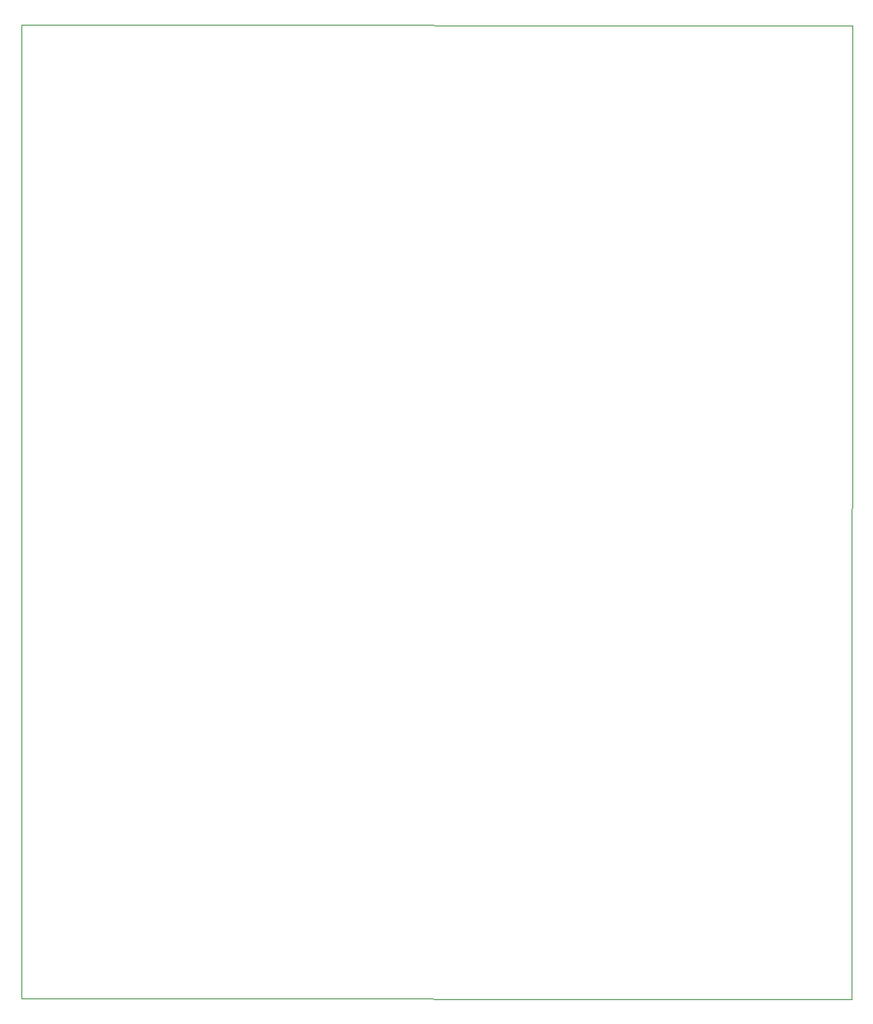
<source format=gbr>
%TF.GenerationSoftware,KiCad,Pcbnew,7.99.0-unknown-9f10c142c4~166~ubuntu22.04.1*%
%TF.CreationDate,2023-02-17T16:36:42+01:00*%
%TF.ProjectId,int_out,696e745f-6f75-4742-9e6b-696361645f70,rev?*%
%TF.SameCoordinates,Original*%
%TF.FileFunction,Profile,NP*%
%FSLAX46Y46*%
G04 Gerber Fmt 4.6, Leading zero omitted, Abs format (unit mm)*
G04 Created by KiCad (PCBNEW 7.99.0-unknown-9f10c142c4~166~ubuntu22.04.1) date 2023-02-17 16:36:42*
%MOMM*%
%LPD*%
G01*
G04 APERTURE LIST*
%TA.AperFunction,Profile*%
%ADD10C,0.100000*%
%TD*%
G04 APERTURE END LIST*
D10*
X155650000Y-139725000D02*
X70425000Y-139625000D01*
X155700000Y-39775000D02*
X155650000Y-139725000D01*
X70375000Y-39625000D02*
X155700000Y-39775000D01*
X70425000Y-139625000D02*
X70375000Y-39625000D01*
M02*

</source>
